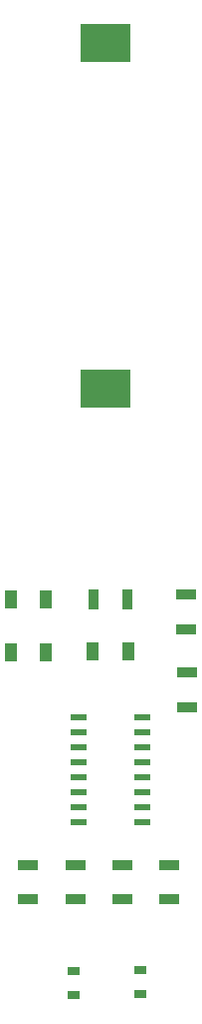
<source format=gbr>
G04 #@! TF.FileFunction,Paste,Top*
%FSLAX46Y46*%
G04 Gerber Fmt 4.6, Leading zero omitted, Abs format (unit mm)*
G04 Created by KiCad (PCBNEW (2015-06-09 BZR 5726)-product) date Mon 15 Jun 2015 11:57:40 AM PDT*
%MOMM*%
G01*
G04 APERTURE LIST*
%ADD10C,0.100000*%
%ADD11R,1.000000X0.800000*%
%ADD12R,1.448400X0.498400*%
%ADD13R,1.000000X1.600000*%
%ADD14R,1.700000X0.900000*%
%ADD15R,0.900000X1.700000*%
%ADD16R,4.200000X3.200000*%
G04 APERTURE END LIST*
D10*
D11*
X144350000Y-152050000D03*
X144350000Y-150050000D03*
X150050000Y-151950000D03*
X150050000Y-149950000D03*
D12*
X144800000Y-128555000D03*
X144800000Y-129825000D03*
X144800000Y-131095000D03*
X144800000Y-132365000D03*
X144800000Y-133635000D03*
X144800000Y-134905000D03*
X144800000Y-136175000D03*
X144800000Y-137445000D03*
X150200000Y-137445000D03*
X150200000Y-136175000D03*
X150200000Y-134905000D03*
X150200000Y-133635000D03*
X150200000Y-132365000D03*
X150200000Y-131095000D03*
X150200000Y-129825000D03*
X150200000Y-128555000D03*
D13*
X142000000Y-118500000D03*
X139000000Y-118500000D03*
X142000000Y-123000000D03*
X139000000Y-123000000D03*
X146000000Y-122900000D03*
X149000000Y-122900000D03*
D14*
X152500000Y-143950000D03*
X152500000Y-141050000D03*
X140500000Y-143950000D03*
X140500000Y-141050000D03*
X148500000Y-141050000D03*
X148500000Y-143950000D03*
X144500000Y-143950000D03*
X144500000Y-141050000D03*
X153900000Y-121050000D03*
X153900000Y-118150000D03*
D15*
X148950000Y-118500000D03*
X146050000Y-118500000D03*
D14*
X154000000Y-127650000D03*
X154000000Y-124750000D03*
D16*
X147100000Y-71350000D03*
X147100000Y-100650000D03*
M02*

</source>
